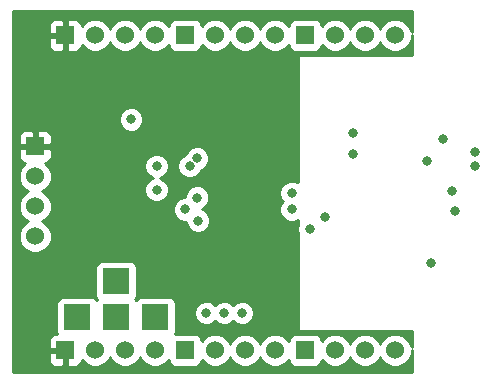
<source format=gbr>
G04 #@! TF.FileFunction,Copper,L2,Inr,Plane*
%FSLAX46Y46*%
G04 Gerber Fmt 4.6, Leading zero omitted, Abs format (unit mm)*
G04 Created by KiCad (PCBNEW (2015-01-16 BZR 5376)-product) date 25/06/2015 00:16:14*
%MOMM*%
G01*
G04 APERTURE LIST*
%ADD10C,0.150000*%
%ADD11R,1.524000X1.524000*%
%ADD12C,1.524000*%
%ADD13R,2.235200X2.235200*%
%ADD14C,0.800100*%
%ADD15C,0.254000*%
G04 APERTURE END LIST*
D10*
D11*
X109220000Y-45720000D03*
D12*
X111760000Y-45720000D03*
X114300000Y-45720000D03*
X116840000Y-45720000D03*
D11*
X99060000Y-45720000D03*
D12*
X101600000Y-45720000D03*
X104140000Y-45720000D03*
X106680000Y-45720000D03*
D11*
X88900000Y-45720000D03*
D12*
X91440000Y-45720000D03*
X93980000Y-45720000D03*
X96520000Y-45720000D03*
D11*
X109220000Y-72390000D03*
D12*
X111760000Y-72390000D03*
X114300000Y-72390000D03*
X116840000Y-72390000D03*
D11*
X99060000Y-72390000D03*
D12*
X101600000Y-72390000D03*
X104140000Y-72390000D03*
X106680000Y-72390000D03*
D11*
X88900000Y-72390000D03*
D12*
X91440000Y-72390000D03*
X93980000Y-72390000D03*
X96520000Y-72390000D03*
D11*
X86360000Y-55118000D03*
D12*
X86360000Y-57658000D03*
X86360000Y-60198000D03*
X86360000Y-62738000D03*
D13*
X96520000Y-69596000D03*
X93218000Y-69596000D03*
X89916000Y-69596000D03*
X93218000Y-66548000D03*
D14*
X120904000Y-54483000D03*
X119507000Y-56388000D03*
X123571000Y-55626000D03*
X123571000Y-56769000D03*
X100150500Y-61393500D03*
X100083500Y-59443500D03*
X94488000Y-52820000D03*
X108077000Y-59055000D03*
X108077000Y-60452000D03*
X119888000Y-65024000D03*
X96639500Y-58793500D03*
X100076000Y-56134000D03*
X99441000Y-56769000D03*
X102362000Y-65278000D03*
X109601000Y-62103000D03*
X121920000Y-60579000D03*
X110871000Y-61087000D03*
X121666000Y-58928000D03*
X99060000Y-60452000D03*
X113284000Y-55753000D03*
X113284000Y-53975000D03*
X100838000Y-69215000D03*
X103886000Y-69215000D03*
X102362000Y-69215000D03*
X96647000Y-56769000D03*
D15*
G36*
X118237000Y-74245470D02*
X88773000Y-74245470D01*
X88773000Y-73628250D01*
X88773000Y-72517000D01*
X87661750Y-72517000D01*
X87503000Y-72675750D01*
X87503000Y-73025691D01*
X87503000Y-73278310D01*
X87599673Y-73511699D01*
X87778302Y-73690327D01*
X88011691Y-73787000D01*
X88614250Y-73787000D01*
X88773000Y-73628250D01*
X88773000Y-74245470D01*
X84504530Y-74245470D01*
X84504530Y-43610530D01*
X90932000Y-43610530D01*
X118237000Y-43610530D01*
X118237000Y-45442753D01*
X118025010Y-44929697D01*
X117632370Y-44536371D01*
X117119100Y-44323243D01*
X116563339Y-44322758D01*
X116049697Y-44534990D01*
X115656371Y-44927630D01*
X115570050Y-45135512D01*
X115485010Y-44929697D01*
X115092370Y-44536371D01*
X114579100Y-44323243D01*
X114023339Y-44322758D01*
X113509697Y-44534990D01*
X113116371Y-44927630D01*
X113030050Y-45135512D01*
X112945010Y-44929697D01*
X112552370Y-44536371D01*
X112039100Y-44323243D01*
X111483339Y-44322758D01*
X110969697Y-44534990D01*
X110615892Y-44888177D01*
X110582463Y-44715877D01*
X110442673Y-44503073D01*
X110231640Y-44360623D01*
X109982000Y-44310560D01*
X108458000Y-44310560D01*
X108215877Y-44357537D01*
X108003073Y-44497327D01*
X107860623Y-44708360D01*
X107824395Y-44889011D01*
X107472370Y-44536371D01*
X106959100Y-44323243D01*
X106403339Y-44322758D01*
X105889697Y-44534990D01*
X105496371Y-44927630D01*
X105410050Y-45135512D01*
X105325010Y-44929697D01*
X104932370Y-44536371D01*
X104419100Y-44323243D01*
X103863339Y-44322758D01*
X103349697Y-44534990D01*
X102956371Y-44927630D01*
X102870050Y-45135512D01*
X102785010Y-44929697D01*
X102392370Y-44536371D01*
X101879100Y-44323243D01*
X101323339Y-44322758D01*
X100809697Y-44534990D01*
X100455892Y-44888177D01*
X100422463Y-44715877D01*
X100282673Y-44503073D01*
X100071640Y-44360623D01*
X99822000Y-44310560D01*
X98298000Y-44310560D01*
X98055877Y-44357537D01*
X97843073Y-44497327D01*
X97700623Y-44708360D01*
X97664395Y-44889011D01*
X97312370Y-44536371D01*
X96799100Y-44323243D01*
X96243339Y-44322758D01*
X95729697Y-44534990D01*
X95336371Y-44927630D01*
X95250050Y-45135512D01*
X95165010Y-44929697D01*
X94772370Y-44536371D01*
X94259100Y-44323243D01*
X93703339Y-44322758D01*
X93189697Y-44534990D01*
X92796371Y-44927630D01*
X92710050Y-45135512D01*
X92625010Y-44929697D01*
X92232370Y-44536371D01*
X91719100Y-44323243D01*
X91163339Y-44322758D01*
X90649697Y-44534990D01*
X90297000Y-44887071D01*
X90297000Y-44831690D01*
X90200327Y-44598301D01*
X90021698Y-44419673D01*
X89788309Y-44323000D01*
X89185750Y-44323000D01*
X89027000Y-44481750D01*
X89027000Y-45593000D01*
X89047000Y-45593000D01*
X89047000Y-45847000D01*
X89027000Y-45847000D01*
X89027000Y-46958250D01*
X89185750Y-47117000D01*
X89788309Y-47117000D01*
X90021698Y-47020327D01*
X90200327Y-46841699D01*
X90297000Y-46608310D01*
X90297000Y-46552386D01*
X90647630Y-46903629D01*
X91160900Y-47116757D01*
X91716661Y-47117242D01*
X92230303Y-46905010D01*
X92623629Y-46512370D01*
X92709949Y-46304487D01*
X92794990Y-46510303D01*
X93187630Y-46903629D01*
X93700900Y-47116757D01*
X94256661Y-47117242D01*
X94770303Y-46905010D01*
X95163629Y-46512370D01*
X95249949Y-46304487D01*
X95334990Y-46510303D01*
X95727630Y-46903629D01*
X96240900Y-47116757D01*
X96796661Y-47117242D01*
X97310303Y-46905010D01*
X97664107Y-46551822D01*
X97697537Y-46724123D01*
X97837327Y-46936927D01*
X98048360Y-47079377D01*
X98298000Y-47129440D01*
X99822000Y-47129440D01*
X100064123Y-47082463D01*
X100276927Y-46942673D01*
X100419377Y-46731640D01*
X100455604Y-46550988D01*
X100807630Y-46903629D01*
X101320900Y-47116757D01*
X101876661Y-47117242D01*
X102390303Y-46905010D01*
X102783629Y-46512370D01*
X102869949Y-46304487D01*
X102954990Y-46510303D01*
X103347630Y-46903629D01*
X103860900Y-47116757D01*
X104416661Y-47117242D01*
X104930303Y-46905010D01*
X105323629Y-46512370D01*
X105409949Y-46304487D01*
X105494990Y-46510303D01*
X105887630Y-46903629D01*
X106400900Y-47116757D01*
X106956661Y-47117242D01*
X107470303Y-46905010D01*
X107824107Y-46551822D01*
X107857537Y-46724123D01*
X107997327Y-46936927D01*
X108208360Y-47079377D01*
X108458000Y-47129440D01*
X109982000Y-47129440D01*
X110224123Y-47082463D01*
X110436927Y-46942673D01*
X110579377Y-46731640D01*
X110615604Y-46550988D01*
X110967630Y-46903629D01*
X111480900Y-47116757D01*
X112036661Y-47117242D01*
X112550303Y-46905010D01*
X112943629Y-46512370D01*
X113029949Y-46304487D01*
X113114990Y-46510303D01*
X113507630Y-46903629D01*
X114020900Y-47116757D01*
X114576661Y-47117242D01*
X115090303Y-46905010D01*
X115483629Y-46512370D01*
X115569949Y-46304487D01*
X115654990Y-46510303D01*
X116047630Y-46903629D01*
X116560900Y-47116757D01*
X117116661Y-47117242D01*
X117630303Y-46905010D01*
X118023629Y-46512370D01*
X118236757Y-45999100D01*
X118237000Y-45720646D01*
X118237000Y-47371000D01*
X108585000Y-47371000D01*
X108585000Y-58145204D01*
X108283787Y-58020130D01*
X107872019Y-58019771D01*
X107491457Y-58177016D01*
X107200039Y-58467926D01*
X107042130Y-58848213D01*
X107041771Y-59259981D01*
X107199016Y-59640543D01*
X107311717Y-59753441D01*
X107200039Y-59864926D01*
X107042130Y-60245213D01*
X107041771Y-60656981D01*
X107199016Y-61037543D01*
X107489926Y-61328961D01*
X107870213Y-61486870D01*
X108281981Y-61487229D01*
X108585000Y-61362024D01*
X108585000Y-61850769D01*
X108566130Y-61896213D01*
X108565771Y-62307981D01*
X108585000Y-62354518D01*
X108585000Y-70739000D01*
X118237000Y-70739000D01*
X118237000Y-72112753D01*
X118025010Y-71599697D01*
X117632370Y-71206371D01*
X117119100Y-70993243D01*
X116563339Y-70992758D01*
X116049697Y-71204990D01*
X115656371Y-71597630D01*
X115570050Y-71805512D01*
X115485010Y-71599697D01*
X115092370Y-71206371D01*
X114579100Y-70993243D01*
X114023339Y-70992758D01*
X113509697Y-71204990D01*
X113116371Y-71597630D01*
X113030050Y-71805512D01*
X112945010Y-71599697D01*
X112552370Y-71206371D01*
X112039100Y-70993243D01*
X111483339Y-70992758D01*
X110969697Y-71204990D01*
X110615892Y-71558177D01*
X110582463Y-71385877D01*
X110442673Y-71173073D01*
X110231640Y-71030623D01*
X109982000Y-70980560D01*
X108458000Y-70980560D01*
X108215877Y-71027537D01*
X108003073Y-71167327D01*
X107860623Y-71378360D01*
X107824395Y-71559011D01*
X107472370Y-71206371D01*
X106959100Y-70993243D01*
X106403339Y-70992758D01*
X105889697Y-71204990D01*
X105496371Y-71597630D01*
X105410050Y-71805512D01*
X105325010Y-71599697D01*
X104932370Y-71206371D01*
X104921229Y-71201744D01*
X104921229Y-69010019D01*
X104763984Y-68629457D01*
X104473074Y-68338039D01*
X104092787Y-68180130D01*
X103681019Y-68179771D01*
X103300457Y-68337016D01*
X103123947Y-68513217D01*
X102949074Y-68338039D01*
X102568787Y-68180130D01*
X102157019Y-68179771D01*
X101776457Y-68337016D01*
X101599947Y-68513217D01*
X101425074Y-68338039D01*
X101185729Y-68238654D01*
X101185729Y-61188519D01*
X101028484Y-60807957D01*
X100737574Y-60516539D01*
X100467941Y-60404577D01*
X100669043Y-60321484D01*
X100960461Y-60030574D01*
X101118370Y-59650287D01*
X101118729Y-59238519D01*
X101111229Y-59220367D01*
X101111229Y-55929019D01*
X100953984Y-55548457D01*
X100663074Y-55257039D01*
X100282787Y-55099130D01*
X99871019Y-55098771D01*
X99490457Y-55256016D01*
X99199039Y-55546926D01*
X99097727Y-55790912D01*
X98855457Y-55891016D01*
X98564039Y-56181926D01*
X98406130Y-56562213D01*
X98405771Y-56973981D01*
X98563016Y-57354543D01*
X98853926Y-57645961D01*
X99234213Y-57803870D01*
X99645981Y-57804229D01*
X100026543Y-57646984D01*
X100317961Y-57356074D01*
X100419272Y-57112087D01*
X100661543Y-57011984D01*
X100952961Y-56721074D01*
X101110870Y-56340787D01*
X101111229Y-55929019D01*
X101111229Y-59220367D01*
X100961484Y-58857957D01*
X100670574Y-58566539D01*
X100290287Y-58408630D01*
X99878519Y-58408271D01*
X99497957Y-58565516D01*
X99206539Y-58856426D01*
X99048630Y-59236713D01*
X99048472Y-59416939D01*
X98855019Y-59416771D01*
X98474457Y-59574016D01*
X98183039Y-59864926D01*
X98025130Y-60245213D01*
X98024771Y-60656981D01*
X98182016Y-61037543D01*
X98472926Y-61328961D01*
X98853213Y-61486870D01*
X99115368Y-61487098D01*
X99115271Y-61598481D01*
X99272516Y-61979043D01*
X99563426Y-62270461D01*
X99943713Y-62428370D01*
X100355481Y-62428729D01*
X100736043Y-62271484D01*
X101027461Y-61980574D01*
X101185370Y-61600287D01*
X101185729Y-61188519D01*
X101185729Y-68238654D01*
X101044787Y-68180130D01*
X100633019Y-68179771D01*
X100252457Y-68337016D01*
X99961039Y-68627926D01*
X99803130Y-69008213D01*
X99802771Y-69419981D01*
X99960016Y-69800543D01*
X100250926Y-70091961D01*
X100631213Y-70249870D01*
X101042981Y-70250229D01*
X101423543Y-70092984D01*
X101600052Y-69916782D01*
X101774926Y-70091961D01*
X102155213Y-70249870D01*
X102566981Y-70250229D01*
X102947543Y-70092984D01*
X103124052Y-69916782D01*
X103298926Y-70091961D01*
X103679213Y-70249870D01*
X104090981Y-70250229D01*
X104471543Y-70092984D01*
X104762961Y-69802074D01*
X104920870Y-69421787D01*
X104921229Y-69010019D01*
X104921229Y-71201744D01*
X104419100Y-70993243D01*
X103863339Y-70992758D01*
X103349697Y-71204990D01*
X102956371Y-71597630D01*
X102870050Y-71805512D01*
X102785010Y-71599697D01*
X102392370Y-71206371D01*
X101879100Y-70993243D01*
X101323339Y-70992758D01*
X100809697Y-71204990D01*
X100455892Y-71558177D01*
X100422463Y-71385877D01*
X100282673Y-71173073D01*
X100071640Y-71030623D01*
X99822000Y-70980560D01*
X98298000Y-70980560D01*
X98212026Y-70997240D01*
X98234977Y-70963240D01*
X98285040Y-70713600D01*
X98285040Y-68478400D01*
X98238063Y-68236277D01*
X98098273Y-68023473D01*
X97887240Y-67881023D01*
X97682229Y-67839909D01*
X97682229Y-56564019D01*
X97524984Y-56183457D01*
X97234074Y-55892039D01*
X96853787Y-55734130D01*
X96442019Y-55733771D01*
X96061457Y-55891016D01*
X95770039Y-56181926D01*
X95612130Y-56562213D01*
X95611771Y-56973981D01*
X95769016Y-57354543D01*
X96059926Y-57645961D01*
X96382330Y-57779834D01*
X96053957Y-57915516D01*
X95762539Y-58206426D01*
X95604630Y-58586713D01*
X95604271Y-58998481D01*
X95761516Y-59379043D01*
X96052426Y-59670461D01*
X96432713Y-59828370D01*
X96844481Y-59828729D01*
X97225043Y-59671484D01*
X97516461Y-59380574D01*
X97674370Y-59000287D01*
X97674729Y-58588519D01*
X97517484Y-58207957D01*
X97226574Y-57916539D01*
X96904169Y-57782665D01*
X97232543Y-57646984D01*
X97523961Y-57356074D01*
X97681870Y-56975787D01*
X97682229Y-56564019D01*
X97682229Y-67839909D01*
X97637600Y-67830960D01*
X95523229Y-67830960D01*
X95523229Y-52615019D01*
X95365984Y-52234457D01*
X95075074Y-51943039D01*
X94694787Y-51785130D01*
X94283019Y-51784771D01*
X93902457Y-51942016D01*
X93611039Y-52232926D01*
X93453130Y-52613213D01*
X93452771Y-53024981D01*
X93610016Y-53405543D01*
X93900926Y-53696961D01*
X94281213Y-53854870D01*
X94692981Y-53855229D01*
X95073543Y-53697984D01*
X95364961Y-53407074D01*
X95522870Y-53026787D01*
X95523229Y-52615019D01*
X95523229Y-67830960D01*
X95402400Y-67830960D01*
X95160277Y-67877937D01*
X94947473Y-68017727D01*
X94868931Y-68134082D01*
X94827662Y-68071258D01*
X94932977Y-67915240D01*
X94983040Y-67665600D01*
X94983040Y-65430400D01*
X94936063Y-65188277D01*
X94796273Y-64975473D01*
X94585240Y-64833023D01*
X94335600Y-64782960D01*
X92100400Y-64782960D01*
X91858277Y-64829937D01*
X91645473Y-64969727D01*
X91503023Y-65180760D01*
X91452960Y-65430400D01*
X91452960Y-67665600D01*
X91499937Y-67907723D01*
X91608337Y-68072741D01*
X91566931Y-68134082D01*
X91494273Y-68023473D01*
X91283240Y-67881023D01*
X91033600Y-67830960D01*
X88798400Y-67830960D01*
X88773000Y-67835888D01*
X88773000Y-46958250D01*
X88773000Y-45847000D01*
X88773000Y-45593000D01*
X88773000Y-44481750D01*
X88614250Y-44323000D01*
X88011691Y-44323000D01*
X87778302Y-44419673D01*
X87599673Y-44598301D01*
X87503000Y-44831690D01*
X87503000Y-45084309D01*
X87503000Y-45434250D01*
X87661750Y-45593000D01*
X88773000Y-45593000D01*
X88773000Y-45847000D01*
X87661750Y-45847000D01*
X87503000Y-46005750D01*
X87503000Y-46355691D01*
X87503000Y-46608310D01*
X87599673Y-46841699D01*
X87778302Y-47020327D01*
X88011691Y-47117000D01*
X88614250Y-47117000D01*
X88773000Y-46958250D01*
X88773000Y-67835888D01*
X88556277Y-67877937D01*
X88343473Y-68017727D01*
X88201023Y-68228760D01*
X88150960Y-68478400D01*
X88150960Y-70713600D01*
X88197937Y-70955723D01*
X88222424Y-70993000D01*
X88011691Y-70993000D01*
X87778302Y-71089673D01*
X87757242Y-71110732D01*
X87757242Y-62461339D01*
X87545010Y-61947697D01*
X87152370Y-61554371D01*
X86944487Y-61468050D01*
X87150303Y-61383010D01*
X87543629Y-60990370D01*
X87756757Y-60477100D01*
X87757242Y-59921339D01*
X87545010Y-59407697D01*
X87152370Y-59014371D01*
X86944487Y-58928050D01*
X87150303Y-58843010D01*
X87543629Y-58450370D01*
X87756757Y-57937100D01*
X87757242Y-57381339D01*
X87545010Y-56867697D01*
X87192928Y-56515000D01*
X87248310Y-56515000D01*
X87481699Y-56418327D01*
X87660327Y-56239698D01*
X87757000Y-56006309D01*
X87757000Y-55403750D01*
X87757000Y-54832250D01*
X87757000Y-54229691D01*
X87660327Y-53996302D01*
X87481699Y-53817673D01*
X87248310Y-53721000D01*
X86995691Y-53721000D01*
X86645750Y-53721000D01*
X86487000Y-53879750D01*
X86487000Y-54991000D01*
X87598250Y-54991000D01*
X87757000Y-54832250D01*
X87757000Y-55403750D01*
X87598250Y-55245000D01*
X86487000Y-55245000D01*
X86487000Y-55265000D01*
X86233000Y-55265000D01*
X86233000Y-55245000D01*
X86233000Y-54991000D01*
X86233000Y-53879750D01*
X86074250Y-53721000D01*
X85724309Y-53721000D01*
X85471690Y-53721000D01*
X85238301Y-53817673D01*
X85059673Y-53996302D01*
X84963000Y-54229691D01*
X84963000Y-54832250D01*
X85121750Y-54991000D01*
X86233000Y-54991000D01*
X86233000Y-55245000D01*
X85121750Y-55245000D01*
X84963000Y-55403750D01*
X84963000Y-56006309D01*
X85059673Y-56239698D01*
X85238301Y-56418327D01*
X85471690Y-56515000D01*
X85527613Y-56515000D01*
X85176371Y-56865630D01*
X84963243Y-57378900D01*
X84962758Y-57934661D01*
X85174990Y-58448303D01*
X85567630Y-58841629D01*
X85775512Y-58927949D01*
X85569697Y-59012990D01*
X85176371Y-59405630D01*
X84963243Y-59918900D01*
X84962758Y-60474661D01*
X85174990Y-60988303D01*
X85567630Y-61381629D01*
X85775512Y-61467949D01*
X85569697Y-61552990D01*
X85176371Y-61945630D01*
X84963243Y-62458900D01*
X84962758Y-63014661D01*
X85174990Y-63528303D01*
X85567630Y-63921629D01*
X86080900Y-64134757D01*
X86636661Y-64135242D01*
X87150303Y-63923010D01*
X87543629Y-63530370D01*
X87756757Y-63017100D01*
X87757242Y-62461339D01*
X87757242Y-71110732D01*
X87599673Y-71268301D01*
X87503000Y-71501690D01*
X87503000Y-71754309D01*
X87503000Y-72104250D01*
X87661750Y-72263000D01*
X88773000Y-72263000D01*
X88773000Y-72243000D01*
X89027000Y-72243000D01*
X89027000Y-72263000D01*
X89047000Y-72263000D01*
X89047000Y-72517000D01*
X89027000Y-72517000D01*
X89027000Y-73628250D01*
X89185750Y-73787000D01*
X89788309Y-73787000D01*
X90021698Y-73690327D01*
X90200327Y-73511699D01*
X90297000Y-73278310D01*
X90297000Y-73222386D01*
X90647630Y-73573629D01*
X91160900Y-73786757D01*
X91716661Y-73787242D01*
X92230303Y-73575010D01*
X92623629Y-73182370D01*
X92709949Y-72974487D01*
X92794990Y-73180303D01*
X93187630Y-73573629D01*
X93700900Y-73786757D01*
X94256661Y-73787242D01*
X94770303Y-73575010D01*
X95163629Y-73182370D01*
X95249949Y-72974487D01*
X95334990Y-73180303D01*
X95727630Y-73573629D01*
X96240900Y-73786757D01*
X96796661Y-73787242D01*
X97310303Y-73575010D01*
X97664107Y-73221822D01*
X97697537Y-73394123D01*
X97837327Y-73606927D01*
X98048360Y-73749377D01*
X98298000Y-73799440D01*
X99822000Y-73799440D01*
X100064123Y-73752463D01*
X100276927Y-73612673D01*
X100419377Y-73401640D01*
X100455604Y-73220988D01*
X100807630Y-73573629D01*
X101320900Y-73786757D01*
X101876661Y-73787242D01*
X102390303Y-73575010D01*
X102783629Y-73182370D01*
X102869949Y-72974487D01*
X102954990Y-73180303D01*
X103347630Y-73573629D01*
X103860900Y-73786757D01*
X104416661Y-73787242D01*
X104930303Y-73575010D01*
X105323629Y-73182370D01*
X105409949Y-72974487D01*
X105494990Y-73180303D01*
X105887630Y-73573629D01*
X106400900Y-73786757D01*
X106956661Y-73787242D01*
X107470303Y-73575010D01*
X107824107Y-73221822D01*
X107857537Y-73394123D01*
X107997327Y-73606927D01*
X108208360Y-73749377D01*
X108458000Y-73799440D01*
X109982000Y-73799440D01*
X110224123Y-73752463D01*
X110436927Y-73612673D01*
X110579377Y-73401640D01*
X110615604Y-73220988D01*
X110967630Y-73573629D01*
X111480900Y-73786757D01*
X112036661Y-73787242D01*
X112550303Y-73575010D01*
X112943629Y-73182370D01*
X113029949Y-72974487D01*
X113114990Y-73180303D01*
X113507630Y-73573629D01*
X114020900Y-73786757D01*
X114576661Y-73787242D01*
X115090303Y-73575010D01*
X115483629Y-73182370D01*
X115569949Y-72974487D01*
X115654990Y-73180303D01*
X116047630Y-73573629D01*
X116560900Y-73786757D01*
X117116661Y-73787242D01*
X117630303Y-73575010D01*
X118023629Y-73182370D01*
X118236757Y-72669100D01*
X118237000Y-72390646D01*
X118237000Y-74245470D01*
X118237000Y-74245470D01*
G37*
X118237000Y-74245470D02*
X88773000Y-74245470D01*
X88773000Y-73628250D01*
X88773000Y-72517000D01*
X87661750Y-72517000D01*
X87503000Y-72675750D01*
X87503000Y-73025691D01*
X87503000Y-73278310D01*
X87599673Y-73511699D01*
X87778302Y-73690327D01*
X88011691Y-73787000D01*
X88614250Y-73787000D01*
X88773000Y-73628250D01*
X88773000Y-74245470D01*
X84504530Y-74245470D01*
X84504530Y-43610530D01*
X90932000Y-43610530D01*
X118237000Y-43610530D01*
X118237000Y-45442753D01*
X118025010Y-44929697D01*
X117632370Y-44536371D01*
X117119100Y-44323243D01*
X116563339Y-44322758D01*
X116049697Y-44534990D01*
X115656371Y-44927630D01*
X115570050Y-45135512D01*
X115485010Y-44929697D01*
X115092370Y-44536371D01*
X114579100Y-44323243D01*
X114023339Y-44322758D01*
X113509697Y-44534990D01*
X113116371Y-44927630D01*
X113030050Y-45135512D01*
X112945010Y-44929697D01*
X112552370Y-44536371D01*
X112039100Y-44323243D01*
X111483339Y-44322758D01*
X110969697Y-44534990D01*
X110615892Y-44888177D01*
X110582463Y-44715877D01*
X110442673Y-44503073D01*
X110231640Y-44360623D01*
X109982000Y-44310560D01*
X108458000Y-44310560D01*
X108215877Y-44357537D01*
X108003073Y-44497327D01*
X107860623Y-44708360D01*
X107824395Y-44889011D01*
X107472370Y-44536371D01*
X106959100Y-44323243D01*
X106403339Y-44322758D01*
X105889697Y-44534990D01*
X105496371Y-44927630D01*
X105410050Y-45135512D01*
X105325010Y-44929697D01*
X104932370Y-44536371D01*
X104419100Y-44323243D01*
X103863339Y-44322758D01*
X103349697Y-44534990D01*
X102956371Y-44927630D01*
X102870050Y-45135512D01*
X102785010Y-44929697D01*
X102392370Y-44536371D01*
X101879100Y-44323243D01*
X101323339Y-44322758D01*
X100809697Y-44534990D01*
X100455892Y-44888177D01*
X100422463Y-44715877D01*
X100282673Y-44503073D01*
X100071640Y-44360623D01*
X99822000Y-44310560D01*
X98298000Y-44310560D01*
X98055877Y-44357537D01*
X97843073Y-44497327D01*
X97700623Y-44708360D01*
X97664395Y-44889011D01*
X97312370Y-44536371D01*
X96799100Y-44323243D01*
X96243339Y-44322758D01*
X95729697Y-44534990D01*
X95336371Y-44927630D01*
X95250050Y-45135512D01*
X95165010Y-44929697D01*
X94772370Y-44536371D01*
X94259100Y-44323243D01*
X93703339Y-44322758D01*
X93189697Y-44534990D01*
X92796371Y-44927630D01*
X92710050Y-45135512D01*
X92625010Y-44929697D01*
X92232370Y-44536371D01*
X91719100Y-44323243D01*
X91163339Y-44322758D01*
X90649697Y-44534990D01*
X90297000Y-44887071D01*
X90297000Y-44831690D01*
X90200327Y-44598301D01*
X90021698Y-44419673D01*
X89788309Y-44323000D01*
X89185750Y-44323000D01*
X89027000Y-44481750D01*
X89027000Y-45593000D01*
X89047000Y-45593000D01*
X89047000Y-45847000D01*
X89027000Y-45847000D01*
X89027000Y-46958250D01*
X89185750Y-47117000D01*
X89788309Y-47117000D01*
X90021698Y-47020327D01*
X90200327Y-46841699D01*
X90297000Y-46608310D01*
X90297000Y-46552386D01*
X90647630Y-46903629D01*
X91160900Y-47116757D01*
X91716661Y-47117242D01*
X92230303Y-46905010D01*
X92623629Y-46512370D01*
X92709949Y-46304487D01*
X92794990Y-46510303D01*
X93187630Y-46903629D01*
X93700900Y-47116757D01*
X94256661Y-47117242D01*
X94770303Y-46905010D01*
X95163629Y-46512370D01*
X95249949Y-46304487D01*
X95334990Y-46510303D01*
X95727630Y-46903629D01*
X96240900Y-47116757D01*
X96796661Y-47117242D01*
X97310303Y-46905010D01*
X97664107Y-46551822D01*
X97697537Y-46724123D01*
X97837327Y-46936927D01*
X98048360Y-47079377D01*
X98298000Y-47129440D01*
X99822000Y-47129440D01*
X100064123Y-47082463D01*
X100276927Y-46942673D01*
X100419377Y-46731640D01*
X100455604Y-46550988D01*
X100807630Y-46903629D01*
X101320900Y-47116757D01*
X101876661Y-47117242D01*
X102390303Y-46905010D01*
X102783629Y-46512370D01*
X102869949Y-46304487D01*
X102954990Y-46510303D01*
X103347630Y-46903629D01*
X103860900Y-47116757D01*
X104416661Y-47117242D01*
X104930303Y-46905010D01*
X105323629Y-46512370D01*
X105409949Y-46304487D01*
X105494990Y-46510303D01*
X105887630Y-46903629D01*
X106400900Y-47116757D01*
X106956661Y-47117242D01*
X107470303Y-46905010D01*
X107824107Y-46551822D01*
X107857537Y-46724123D01*
X107997327Y-46936927D01*
X108208360Y-47079377D01*
X108458000Y-47129440D01*
X109982000Y-47129440D01*
X110224123Y-47082463D01*
X110436927Y-46942673D01*
X110579377Y-46731640D01*
X110615604Y-46550988D01*
X110967630Y-46903629D01*
X111480900Y-47116757D01*
X112036661Y-47117242D01*
X112550303Y-46905010D01*
X112943629Y-46512370D01*
X113029949Y-46304487D01*
X113114990Y-46510303D01*
X113507630Y-46903629D01*
X114020900Y-47116757D01*
X114576661Y-47117242D01*
X115090303Y-46905010D01*
X115483629Y-46512370D01*
X115569949Y-46304487D01*
X115654990Y-46510303D01*
X116047630Y-46903629D01*
X116560900Y-47116757D01*
X117116661Y-47117242D01*
X117630303Y-46905010D01*
X118023629Y-46512370D01*
X118236757Y-45999100D01*
X118237000Y-45720646D01*
X118237000Y-47371000D01*
X108585000Y-47371000D01*
X108585000Y-58145204D01*
X108283787Y-58020130D01*
X107872019Y-58019771D01*
X107491457Y-58177016D01*
X107200039Y-58467926D01*
X107042130Y-58848213D01*
X107041771Y-59259981D01*
X107199016Y-59640543D01*
X107311717Y-59753441D01*
X107200039Y-59864926D01*
X107042130Y-60245213D01*
X107041771Y-60656981D01*
X107199016Y-61037543D01*
X107489926Y-61328961D01*
X107870213Y-61486870D01*
X108281981Y-61487229D01*
X108585000Y-61362024D01*
X108585000Y-61850769D01*
X108566130Y-61896213D01*
X108565771Y-62307981D01*
X108585000Y-62354518D01*
X108585000Y-70739000D01*
X118237000Y-70739000D01*
X118237000Y-72112753D01*
X118025010Y-71599697D01*
X117632370Y-71206371D01*
X117119100Y-70993243D01*
X116563339Y-70992758D01*
X116049697Y-71204990D01*
X115656371Y-71597630D01*
X115570050Y-71805512D01*
X115485010Y-71599697D01*
X115092370Y-71206371D01*
X114579100Y-70993243D01*
X114023339Y-70992758D01*
X113509697Y-71204990D01*
X113116371Y-71597630D01*
X113030050Y-71805512D01*
X112945010Y-71599697D01*
X112552370Y-71206371D01*
X112039100Y-70993243D01*
X111483339Y-70992758D01*
X110969697Y-71204990D01*
X110615892Y-71558177D01*
X110582463Y-71385877D01*
X110442673Y-71173073D01*
X110231640Y-71030623D01*
X109982000Y-70980560D01*
X108458000Y-70980560D01*
X108215877Y-71027537D01*
X108003073Y-71167327D01*
X107860623Y-71378360D01*
X107824395Y-71559011D01*
X107472370Y-71206371D01*
X106959100Y-70993243D01*
X106403339Y-70992758D01*
X105889697Y-71204990D01*
X105496371Y-71597630D01*
X105410050Y-71805512D01*
X105325010Y-71599697D01*
X104932370Y-71206371D01*
X104921229Y-71201744D01*
X104921229Y-69010019D01*
X104763984Y-68629457D01*
X104473074Y-68338039D01*
X104092787Y-68180130D01*
X103681019Y-68179771D01*
X103300457Y-68337016D01*
X103123947Y-68513217D01*
X102949074Y-68338039D01*
X102568787Y-68180130D01*
X102157019Y-68179771D01*
X101776457Y-68337016D01*
X101599947Y-68513217D01*
X101425074Y-68338039D01*
X101185729Y-68238654D01*
X101185729Y-61188519D01*
X101028484Y-60807957D01*
X100737574Y-60516539D01*
X100467941Y-60404577D01*
X100669043Y-60321484D01*
X100960461Y-60030574D01*
X101118370Y-59650287D01*
X101118729Y-59238519D01*
X101111229Y-59220367D01*
X101111229Y-55929019D01*
X100953984Y-55548457D01*
X100663074Y-55257039D01*
X100282787Y-55099130D01*
X99871019Y-55098771D01*
X99490457Y-55256016D01*
X99199039Y-55546926D01*
X99097727Y-55790912D01*
X98855457Y-55891016D01*
X98564039Y-56181926D01*
X98406130Y-56562213D01*
X98405771Y-56973981D01*
X98563016Y-57354543D01*
X98853926Y-57645961D01*
X99234213Y-57803870D01*
X99645981Y-57804229D01*
X100026543Y-57646984D01*
X100317961Y-57356074D01*
X100419272Y-57112087D01*
X100661543Y-57011984D01*
X100952961Y-56721074D01*
X101110870Y-56340787D01*
X101111229Y-55929019D01*
X101111229Y-59220367D01*
X100961484Y-58857957D01*
X100670574Y-58566539D01*
X100290287Y-58408630D01*
X99878519Y-58408271D01*
X99497957Y-58565516D01*
X99206539Y-58856426D01*
X99048630Y-59236713D01*
X99048472Y-59416939D01*
X98855019Y-59416771D01*
X98474457Y-59574016D01*
X98183039Y-59864926D01*
X98025130Y-60245213D01*
X98024771Y-60656981D01*
X98182016Y-61037543D01*
X98472926Y-61328961D01*
X98853213Y-61486870D01*
X99115368Y-61487098D01*
X99115271Y-61598481D01*
X99272516Y-61979043D01*
X99563426Y-62270461D01*
X99943713Y-62428370D01*
X100355481Y-62428729D01*
X100736043Y-62271484D01*
X101027461Y-61980574D01*
X101185370Y-61600287D01*
X101185729Y-61188519D01*
X101185729Y-68238654D01*
X101044787Y-68180130D01*
X100633019Y-68179771D01*
X100252457Y-68337016D01*
X99961039Y-68627926D01*
X99803130Y-69008213D01*
X99802771Y-69419981D01*
X99960016Y-69800543D01*
X100250926Y-70091961D01*
X100631213Y-70249870D01*
X101042981Y-70250229D01*
X101423543Y-70092984D01*
X101600052Y-69916782D01*
X101774926Y-70091961D01*
X102155213Y-70249870D01*
X102566981Y-70250229D01*
X102947543Y-70092984D01*
X103124052Y-69916782D01*
X103298926Y-70091961D01*
X103679213Y-70249870D01*
X104090981Y-70250229D01*
X104471543Y-70092984D01*
X104762961Y-69802074D01*
X104920870Y-69421787D01*
X104921229Y-69010019D01*
X104921229Y-71201744D01*
X104419100Y-70993243D01*
X103863339Y-70992758D01*
X103349697Y-71204990D01*
X102956371Y-71597630D01*
X102870050Y-71805512D01*
X102785010Y-71599697D01*
X102392370Y-71206371D01*
X101879100Y-70993243D01*
X101323339Y-70992758D01*
X100809697Y-71204990D01*
X100455892Y-71558177D01*
X100422463Y-71385877D01*
X100282673Y-71173073D01*
X100071640Y-71030623D01*
X99822000Y-70980560D01*
X98298000Y-70980560D01*
X98212026Y-70997240D01*
X98234977Y-70963240D01*
X98285040Y-70713600D01*
X98285040Y-68478400D01*
X98238063Y-68236277D01*
X98098273Y-68023473D01*
X97887240Y-67881023D01*
X97682229Y-67839909D01*
X97682229Y-56564019D01*
X97524984Y-56183457D01*
X97234074Y-55892039D01*
X96853787Y-55734130D01*
X96442019Y-55733771D01*
X96061457Y-55891016D01*
X95770039Y-56181926D01*
X95612130Y-56562213D01*
X95611771Y-56973981D01*
X95769016Y-57354543D01*
X96059926Y-57645961D01*
X96382330Y-57779834D01*
X96053957Y-57915516D01*
X95762539Y-58206426D01*
X95604630Y-58586713D01*
X95604271Y-58998481D01*
X95761516Y-59379043D01*
X96052426Y-59670461D01*
X96432713Y-59828370D01*
X96844481Y-59828729D01*
X97225043Y-59671484D01*
X97516461Y-59380574D01*
X97674370Y-59000287D01*
X97674729Y-58588519D01*
X97517484Y-58207957D01*
X97226574Y-57916539D01*
X96904169Y-57782665D01*
X97232543Y-57646984D01*
X97523961Y-57356074D01*
X97681870Y-56975787D01*
X97682229Y-56564019D01*
X97682229Y-67839909D01*
X97637600Y-67830960D01*
X95523229Y-67830960D01*
X95523229Y-52615019D01*
X95365984Y-52234457D01*
X95075074Y-51943039D01*
X94694787Y-51785130D01*
X94283019Y-51784771D01*
X93902457Y-51942016D01*
X93611039Y-52232926D01*
X93453130Y-52613213D01*
X93452771Y-53024981D01*
X93610016Y-53405543D01*
X93900926Y-53696961D01*
X94281213Y-53854870D01*
X94692981Y-53855229D01*
X95073543Y-53697984D01*
X95364961Y-53407074D01*
X95522870Y-53026787D01*
X95523229Y-52615019D01*
X95523229Y-67830960D01*
X95402400Y-67830960D01*
X95160277Y-67877937D01*
X94947473Y-68017727D01*
X94868931Y-68134082D01*
X94827662Y-68071258D01*
X94932977Y-67915240D01*
X94983040Y-67665600D01*
X94983040Y-65430400D01*
X94936063Y-65188277D01*
X94796273Y-64975473D01*
X94585240Y-64833023D01*
X94335600Y-64782960D01*
X92100400Y-64782960D01*
X91858277Y-64829937D01*
X91645473Y-64969727D01*
X91503023Y-65180760D01*
X91452960Y-65430400D01*
X91452960Y-67665600D01*
X91499937Y-67907723D01*
X91608337Y-68072741D01*
X91566931Y-68134082D01*
X91494273Y-68023473D01*
X91283240Y-67881023D01*
X91033600Y-67830960D01*
X88798400Y-67830960D01*
X88773000Y-67835888D01*
X88773000Y-46958250D01*
X88773000Y-45847000D01*
X88773000Y-45593000D01*
X88773000Y-44481750D01*
X88614250Y-44323000D01*
X88011691Y-44323000D01*
X87778302Y-44419673D01*
X87599673Y-44598301D01*
X87503000Y-44831690D01*
X87503000Y-45084309D01*
X87503000Y-45434250D01*
X87661750Y-45593000D01*
X88773000Y-45593000D01*
X88773000Y-45847000D01*
X87661750Y-45847000D01*
X87503000Y-46005750D01*
X87503000Y-46355691D01*
X87503000Y-46608310D01*
X87599673Y-46841699D01*
X87778302Y-47020327D01*
X88011691Y-47117000D01*
X88614250Y-47117000D01*
X88773000Y-46958250D01*
X88773000Y-67835888D01*
X88556277Y-67877937D01*
X88343473Y-68017727D01*
X88201023Y-68228760D01*
X88150960Y-68478400D01*
X88150960Y-70713600D01*
X88197937Y-70955723D01*
X88222424Y-70993000D01*
X88011691Y-70993000D01*
X87778302Y-71089673D01*
X87757242Y-71110732D01*
X87757242Y-62461339D01*
X87545010Y-61947697D01*
X87152370Y-61554371D01*
X86944487Y-61468050D01*
X87150303Y-61383010D01*
X87543629Y-60990370D01*
X87756757Y-60477100D01*
X87757242Y-59921339D01*
X87545010Y-59407697D01*
X87152370Y-59014371D01*
X86944487Y-58928050D01*
X87150303Y-58843010D01*
X87543629Y-58450370D01*
X87756757Y-57937100D01*
X87757242Y-57381339D01*
X87545010Y-56867697D01*
X87192928Y-56515000D01*
X87248310Y-56515000D01*
X87481699Y-56418327D01*
X87660327Y-56239698D01*
X87757000Y-56006309D01*
X87757000Y-55403750D01*
X87757000Y-54832250D01*
X87757000Y-54229691D01*
X87660327Y-53996302D01*
X87481699Y-53817673D01*
X87248310Y-53721000D01*
X86995691Y-53721000D01*
X86645750Y-53721000D01*
X86487000Y-53879750D01*
X86487000Y-54991000D01*
X87598250Y-54991000D01*
X87757000Y-54832250D01*
X87757000Y-55403750D01*
X87598250Y-55245000D01*
X86487000Y-55245000D01*
X86487000Y-55265000D01*
X86233000Y-55265000D01*
X86233000Y-55245000D01*
X86233000Y-54991000D01*
X86233000Y-53879750D01*
X86074250Y-53721000D01*
X85724309Y-53721000D01*
X85471690Y-53721000D01*
X85238301Y-53817673D01*
X85059673Y-53996302D01*
X84963000Y-54229691D01*
X84963000Y-54832250D01*
X85121750Y-54991000D01*
X86233000Y-54991000D01*
X86233000Y-55245000D01*
X85121750Y-55245000D01*
X84963000Y-55403750D01*
X84963000Y-56006309D01*
X85059673Y-56239698D01*
X85238301Y-56418327D01*
X85471690Y-56515000D01*
X85527613Y-56515000D01*
X85176371Y-56865630D01*
X84963243Y-57378900D01*
X84962758Y-57934661D01*
X85174990Y-58448303D01*
X85567630Y-58841629D01*
X85775512Y-58927949D01*
X85569697Y-59012990D01*
X85176371Y-59405630D01*
X84963243Y-59918900D01*
X84962758Y-60474661D01*
X85174990Y-60988303D01*
X85567630Y-61381629D01*
X85775512Y-61467949D01*
X85569697Y-61552990D01*
X85176371Y-61945630D01*
X84963243Y-62458900D01*
X84962758Y-63014661D01*
X85174990Y-63528303D01*
X85567630Y-63921629D01*
X86080900Y-64134757D01*
X86636661Y-64135242D01*
X87150303Y-63923010D01*
X87543629Y-63530370D01*
X87756757Y-63017100D01*
X87757242Y-62461339D01*
X87757242Y-71110732D01*
X87599673Y-71268301D01*
X87503000Y-71501690D01*
X87503000Y-71754309D01*
X87503000Y-72104250D01*
X87661750Y-72263000D01*
X88773000Y-72263000D01*
X88773000Y-72243000D01*
X89027000Y-72243000D01*
X89027000Y-72263000D01*
X89047000Y-72263000D01*
X89047000Y-72517000D01*
X89027000Y-72517000D01*
X89027000Y-73628250D01*
X89185750Y-73787000D01*
X89788309Y-73787000D01*
X90021698Y-73690327D01*
X90200327Y-73511699D01*
X90297000Y-73278310D01*
X90297000Y-73222386D01*
X90647630Y-73573629D01*
X91160900Y-73786757D01*
X91716661Y-73787242D01*
X92230303Y-73575010D01*
X92623629Y-73182370D01*
X92709949Y-72974487D01*
X92794990Y-73180303D01*
X93187630Y-73573629D01*
X93700900Y-73786757D01*
X94256661Y-73787242D01*
X94770303Y-73575010D01*
X95163629Y-73182370D01*
X95249949Y-72974487D01*
X95334990Y-73180303D01*
X95727630Y-73573629D01*
X96240900Y-73786757D01*
X96796661Y-73787242D01*
X97310303Y-73575010D01*
X97664107Y-73221822D01*
X97697537Y-73394123D01*
X97837327Y-73606927D01*
X98048360Y-73749377D01*
X98298000Y-73799440D01*
X99822000Y-73799440D01*
X100064123Y-73752463D01*
X100276927Y-73612673D01*
X100419377Y-73401640D01*
X100455604Y-73220988D01*
X100807630Y-73573629D01*
X101320900Y-73786757D01*
X101876661Y-73787242D01*
X102390303Y-73575010D01*
X102783629Y-73182370D01*
X102869949Y-72974487D01*
X102954990Y-73180303D01*
X103347630Y-73573629D01*
X103860900Y-73786757D01*
X104416661Y-73787242D01*
X104930303Y-73575010D01*
X105323629Y-73182370D01*
X105409949Y-72974487D01*
X105494990Y-73180303D01*
X105887630Y-73573629D01*
X106400900Y-73786757D01*
X106956661Y-73787242D01*
X107470303Y-73575010D01*
X107824107Y-73221822D01*
X107857537Y-73394123D01*
X107997327Y-73606927D01*
X108208360Y-73749377D01*
X108458000Y-73799440D01*
X109982000Y-73799440D01*
X110224123Y-73752463D01*
X110436927Y-73612673D01*
X110579377Y-73401640D01*
X110615604Y-73220988D01*
X110967630Y-73573629D01*
X111480900Y-73786757D01*
X112036661Y-73787242D01*
X112550303Y-73575010D01*
X112943629Y-73182370D01*
X113029949Y-72974487D01*
X113114990Y-73180303D01*
X113507630Y-73573629D01*
X114020900Y-73786757D01*
X114576661Y-73787242D01*
X115090303Y-73575010D01*
X115483629Y-73182370D01*
X115569949Y-72974487D01*
X115654990Y-73180303D01*
X116047630Y-73573629D01*
X116560900Y-73786757D01*
X117116661Y-73787242D01*
X117630303Y-73575010D01*
X118023629Y-73182370D01*
X118236757Y-72669100D01*
X118237000Y-72390646D01*
X118237000Y-74245470D01*
M02*

</source>
